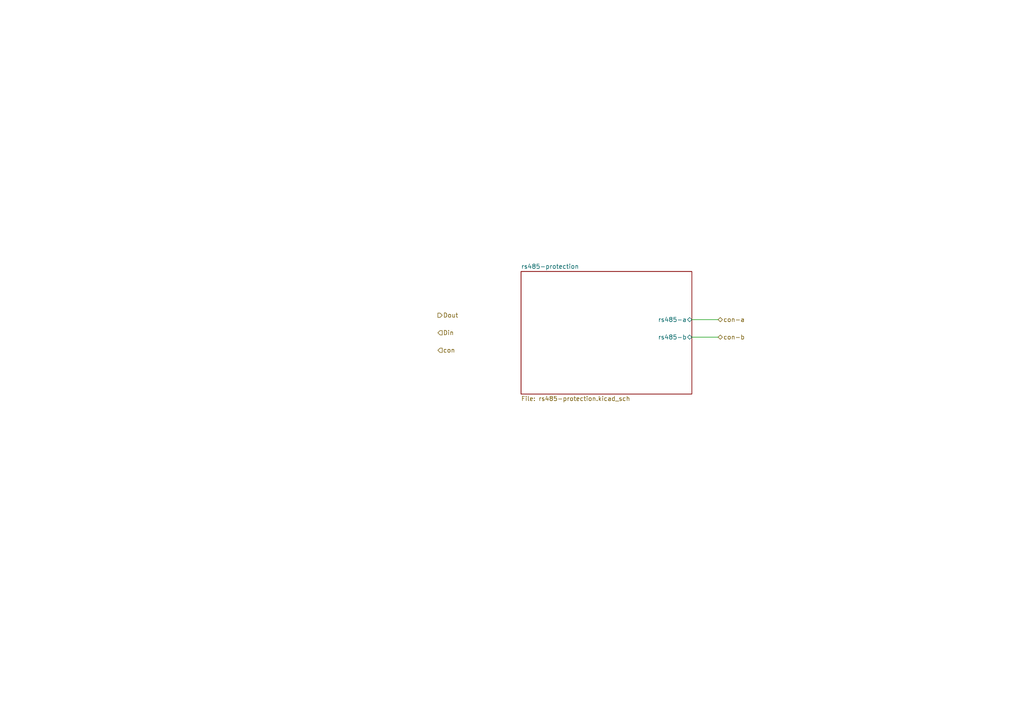
<source format=kicad_sch>
(kicad_sch
	(version 20250114)
	(generator "eeschema")
	(generator_version "9.0")
	(uuid "0d3f113a-21ba-41cc-afc6-012639e53697")
	(paper "A4")
	(lib_symbols)
	(wire
		(pts
			(xy 200.66 97.79) (xy 208.28 97.79)
		)
		(stroke
			(width 0)
			(type default)
		)
		(uuid "457c8d21-4b1a-4611-9a49-5fcd7bb61b7d")
	)
	(wire
		(pts
			(xy 200.66 92.71) (xy 208.28 92.71)
		)
		(stroke
			(width 0)
			(type default)
		)
		(uuid "526979b1-9c6b-4237-ba14-e96cc9ed7cae")
	)
	(hierarchical_label "Dout"
		(shape output)
		(at 127 91.44 0)
		(effects
			(font
				(size 1.27 1.27)
			)
			(justify left)
		)
		(uuid "08fad139-e130-48f0-9052-529d46fa08e0")
	)
	(hierarchical_label "Din"
		(shape input)
		(at 127 96.52 0)
		(effects
			(font
				(size 1.27 1.27)
			)
			(justify left)
		)
		(uuid "16afa8fd-2fe8-4ee2-b041-ba1e9fa585b5")
	)
	(hierarchical_label "con-a"
		(shape bidirectional)
		(at 208.28 92.71 0)
		(effects
			(font
				(size 1.27 1.27)
			)
			(justify left)
		)
		(uuid "20574b02-b9b9-4160-b21d-f9575583d45e")
	)
	(hierarchical_label "con-b"
		(shape bidirectional)
		(at 208.28 97.79 0)
		(effects
			(font
				(size 1.27 1.27)
			)
			(justify left)
		)
		(uuid "971748d0-6955-494b-b23c-b69e2c5162de")
	)
	(hierarchical_label "con"
		(shape input)
		(at 127 101.6 0)
		(effects
			(font
				(size 1.27 1.27)
			)
			(justify left)
		)
		(uuid "bd70b403-3e24-4e56-98f1-a10443495530")
	)
	(sheet
		(at 151.13 78.74)
		(size 49.53 35.56)
		(exclude_from_sim no)
		(in_bom yes)
		(on_board yes)
		(dnp no)
		(fields_autoplaced yes)
		(stroke
			(width 0.1524)
			(type solid)
		)
		(fill
			(color 0 0 0 0.0000)
		)
		(uuid "cf7e7cc4-1b95-44e5-9df0-d5849191f8af")
		(property "Sheetname" "rs485-protection"
			(at 151.13 78.0284 0)
			(effects
				(font
					(size 1.27 1.27)
				)
				(justify left bottom)
			)
		)
		(property "Sheetfile" "rs485-protection.kicad_sch"
			(at 151.13 114.8846 0)
			(effects
				(font
					(size 1.27 1.27)
				)
				(justify left top)
			)
		)
		(pin "rs485-a" bidirectional
			(at 200.66 92.71 0)
			(uuid "0726be25-9ad1-461b-a33f-98dafd80a6a9")
			(effects
				(font
					(size 1.27 1.27)
				)
				(justify right)
			)
		)
		(pin "rs485-b" bidirectional
			(at 200.66 97.79 0)
			(uuid "e292858d-b860-4d3f-8577-64678c11bf91")
			(effects
				(font
					(size 1.27 1.27)
				)
				(justify right)
			)
		)
		(instances
			(project "Diseños de circuitos"
				(path "/65c875c0-73bd-43df-b6cd-4a685398cace/3b453a73-5bb7-4645-a7e8-6e186968fa05/e8b1a732-4397-461b-a47a-0ae5205e7b91"
					(page "5")
				)
			)
		)
	)
)

</source>
